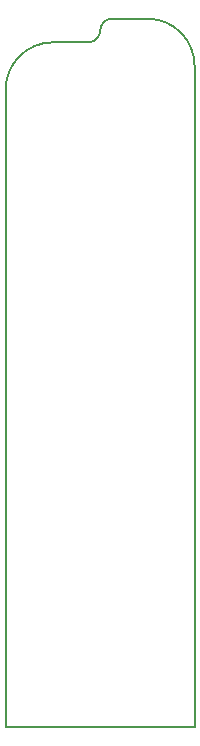
<source format=gm1>
G04 #@! TF.FileFunction,Profile,NP*
%FSLAX46Y46*%
G04 Gerber Fmt 4.6, Leading zero omitted, Abs format (unit mm)*
G04 Created by KiCad (PCBNEW 4.0.4-stable) date 03/22/17 00:22:46*
%MOMM*%
%LPD*%
G01*
G04 APERTURE LIST*
%ADD10C,0.100000*%
%ADD11C,0.150000*%
G04 APERTURE END LIST*
D10*
D11*
X135000000Y-126000000D02*
X135000000Y-182000000D01*
X126000000Y-124000000D02*
X123000000Y-124000000D01*
X128000000Y-122000000D02*
X131000000Y-122000000D01*
X126000000Y-124000000D02*
G75*
G03X127000000Y-123000000I0J1000000D01*
G01*
X128000000Y-122000000D02*
G75*
G03X127000000Y-123000000I0J-1000000D01*
G01*
X119000000Y-128000000D02*
X119000000Y-182000000D01*
X123000000Y-124000000D02*
G75*
G03X119000000Y-128000000I0J-4000000D01*
G01*
X135000000Y-126000000D02*
G75*
G03X131000000Y-122000000I-4000000J0D01*
G01*
X119000000Y-182000000D02*
X135000000Y-182000000D01*
M02*

</source>
